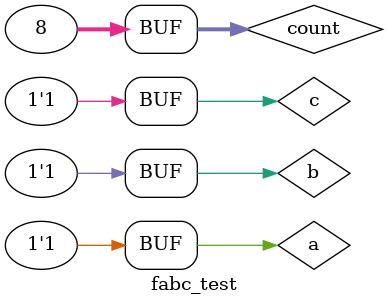
<source format=v>
module fabc_test;
	reg a,b,c;
	wire o;
	fabc g4(o,a,b,c);
	integer count;
	initial begin
		for(count=0; count<8; count=count+1)
		begin
			{a,b,c}=count[2:0];
			#20;
		end
	end
endmodule

</source>
